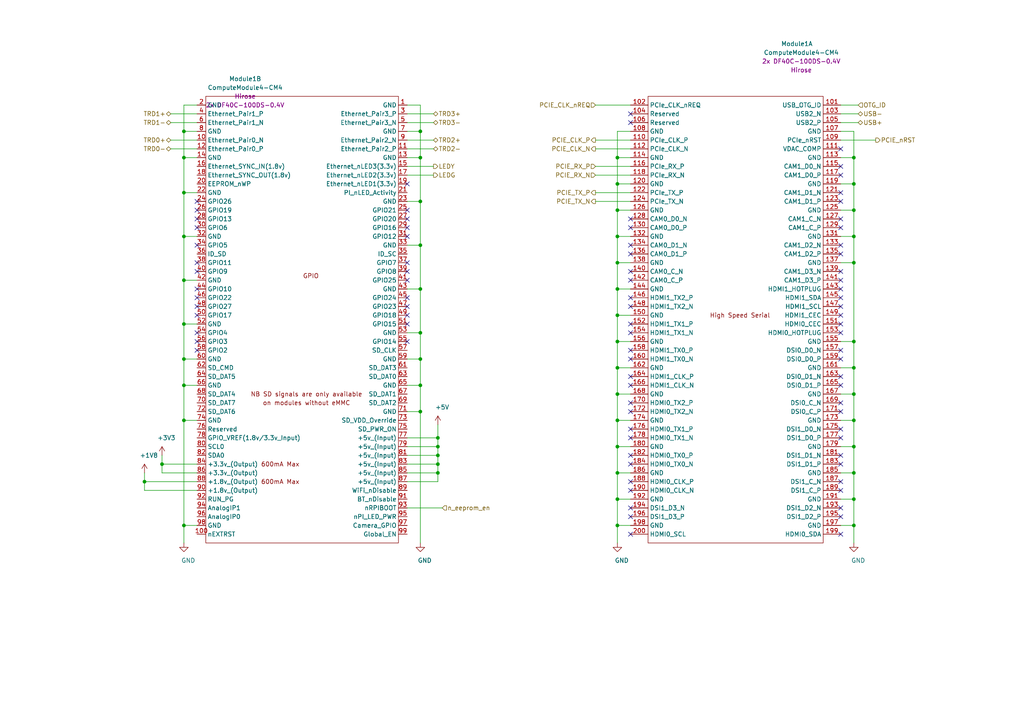
<source format=kicad_sch>
(kicad_sch (version 20210126) (generator eeschema)
  (paper "A4")
  (lib_symbols
    (symbol "CM4_NAS:ComputeModule4-CM4"
      (property "Reference" "Module" (at 113.03 -68.58 0))
      (property "Value" "ComputeModule4-CM4" (at 140.97 2.54 0))
      (property "Field4" "Hirose" (at 0 0 0))
      (property "Field5" "2x DF40C-100DS-0.4V" (at 0 -2.54 0))
      (symbol "ComputeModule4-CM4_1_0"
        (text "GPIO" (at 0 6.35 0) (effects (font (size 1.27 1.27))))
      )
      (symbol "ComputeModule4-CM4_1_1"
        (text "600mA Max" (at -8.89 -53.34 0) (effects (font (size 1.27 1.27))))
        (text "600mA Max" (at -8.89 -48.26 0) (effects (font (size 1.27 1.27))))
        (text "NB SD signals are only available" (at -1.27 -27.94 0) (effects (font (size 1.27 1.27))))
        (text "on modules without eMMC" (at -1.27 -30.48 0) (effects (font (size 1.27 1.27))))
        (rectangle (start -30.48 -71.12) (end 25.4 58.42))
        (pin power_in line (at 27.94 55.88 180) (length 2.54) (name "GND") (number "1"))
        (pin passive line (at -33.02 45.72 0) (length 2.54) (name "Ethernet_Pair0_N") (number "10"))
        (pin output line (at -33.02 -68.58 0) (length 2.54) (name "nEXTRST") (number "100"))
        (pin passive line (at 27.94 43.18 180) (length 2.54) (name "Ethernet_Pair2_P") (number "11"))
        (pin passive line (at -33.02 43.18 0) (length 2.54) (name "Ethernet_Pair0_P") (number "12"))
        (pin power_in line (at 27.94 40.64 180) (length 2.54) (name "GND") (number "13"))
        (pin power_in line (at -33.02 40.64 0) (length 2.54) (name "GND") (number "14"))
        (pin output line (at 27.94 38.1 180) (length 2.54) (name "Ethernet_nLED3(3.3v)") (number "15"))
        (pin input line (at -33.02 38.1 0) (length 2.54) (name "Ethernet_SYNC_IN(1.8v)") (number "16"))
        (pin output line (at 27.94 35.56 180) (length 2.54) (name "Ethernet_nLED2(3.3v)") (number "17"))
        (pin input line (at -33.02 35.56 0) (length 2.54) (name "Ethernet_SYNC_OUT(1.8v)") (number "18"))
        (pin output line (at 27.94 33.02 180) (length 2.54) (name "Ethernet_nLED1(3.3v)") (number "19"))
        (pin power_in line (at -33.02 55.88 0) (length 2.54) (name "GND") (number "2"))
        (pin passive line (at -33.02 33.02 0) (length 2.54) (name "EEPROM_nWP") (number "20"))
        (pin open_collector line (at 27.94 30.48 180) (length 2.54) (name "PI_nLED_Activity") (number "21"))
        (pin power_in line (at -33.02 30.48 0) (length 2.54) (name "GND") (number "22"))
        (pin power_in line (at 27.94 27.94 180) (length 2.54) (name "GND") (number "23"))
        (pin passive line (at -33.02 27.94 0) (length 2.54) (name "GPIO26") (number "24"))
        (pin passive line (at 27.94 25.4 180) (length 2.54) (name "GPIO21") (number "25"))
        (pin passive line (at -33.02 25.4 0) (length 2.54) (name "GPIO19") (number "26"))
        (pin passive line (at 27.94 22.86 180) (length 2.54) (name "GPIO20") (number "27"))
        (pin passive line (at -33.02 22.86 0) (length 2.54) (name "GPIO13") (number "28"))
        (pin passive line (at 27.94 20.32 180) (length 2.54) (name "GPIO16") (number "29"))
        (pin passive line (at 27.94 53.34 180) (length 2.54) (name "Ethernet_Pair3_P") (number "3"))
        (pin passive line (at -33.02 20.32 0) (length 2.54) (name "GPIO6") (number "30"))
        (pin passive line (at 27.94 17.78 180) (length 2.54) (name "GPIO12") (number "31"))
        (pin power_in line (at -33.02 17.78 0) (length 2.54) (name "GND") (number "32"))
        (pin power_in line (at 27.94 15.24 180) (length 2.54) (name "GND") (number "33"))
        (pin passive line (at -33.02 15.24 0) (length 2.54) (name "GPIO5") (number "34"))
        (pin passive line (at 27.94 12.7 180) (length 2.54) (name "ID_SC") (number "35"))
        (pin passive line (at -33.02 12.7 0) (length 2.54) (name "ID_SD") (number "36"))
        (pin passive line (at 27.94 10.16 180) (length 2.54) (name "GPIO7") (number "37"))
        (pin passive line (at -33.02 10.16 0) (length 2.54) (name "GPIO11") (number "38"))
        (pin passive line (at 27.94 7.62 180) (length 2.54) (name "GPIO8") (number "39"))
        (pin passive line (at -33.02 53.34 0) (length 2.54) (name "Ethernet_Pair1_P") (number "4"))
        (pin passive line (at -33.02 7.62 0) (length 2.54) (name "GPIO9") (number "40"))
        (pin passive line (at 27.94 5.08 180) (length 2.54) (name "GPIO25") (number "41"))
        (pin power_in line (at -33.02 5.08 0) (length 2.54) (name "GND") (number "42"))
        (pin power_in line (at 27.94 2.54 180) (length 2.54) (name "GND") (number "43"))
        (pin passive line (at -33.02 2.54 0) (length 2.54) (name "GPIO10") (number "44"))
        (pin passive line (at 27.94 0 180) (length 2.54) (name "GPIO24") (number "45"))
        (pin passive line (at -33.02 0 0) (length 2.54) (name "GPIO22") (number "46"))
        (pin passive line (at 27.94 -2.54 180) (length 2.54) (name "GPIO23") (number "47"))
        (pin passive line (at -33.02 -2.54 0) (length 2.54) (name "GPIO27") (number "48"))
        (pin passive line (at 27.94 -5.08 180) (length 2.54) (name "GPIO18") (number "49"))
        (pin passive line (at 27.94 50.8 180) (length 2.54) (name "Ethernet_Pair3_N") (number "5"))
        (pin passive line (at -33.02 -5.08 0) (length 2.54) (name "GPIO17") (number "50"))
        (pin passive line (at 27.94 -7.62 180) (length 2.54) (name "GPIO15") (number "51"))
        (pin power_in line (at -33.02 -7.62 0) (length 2.54) (name "GND") (number "52"))
        (pin power_in line (at 27.94 -10.16 180) (length 2.54) (name "GND") (number "53"))
        (pin passive line (at -33.02 -10.16 0) (length 2.54) (name "GPIO4") (number "54"))
        (pin passive line (at 27.94 -12.7 180) (length 2.54) (name "GPIO14") (number "55"))
        (pin passive line (at -33.02 -12.7 0) (length 2.54) (name "GPIO3") (number "56"))
        (pin passive line (at 27.94 -15.24 180) (length 2.54) (name "SD_CLK") (number "57"))
        (pin passive line (at -33.02 -15.24 0) (length 2.54) (name "GPIO2") (number "58"))
        (pin power_in line (at 27.94 -17.78 180) (length 2.54) (name "GND") (number "59"))
        (pin passive line (at -33.02 50.8 0) (length 2.54) (name "Ethernet_Pair1_N") (number "6"))
        (pin power_in line (at -33.02 -17.78 0) (length 2.54) (name "GND") (number "60"))
        (pin passive line (at 27.94 -20.32 180) (length 2.54) (name "SD_DAT3") (number "61"))
        (pin passive line (at -33.02 -20.32 0) (length 2.54) (name "SD_CMD") (number "62"))
        (pin passive line (at 27.94 -22.86 180) (length 2.54) (name "SD_DAT0") (number "63"))
        (pin passive line (at -33.02 -22.86 0) (length 2.54) (name "SD_DAT5") (number "64"))
        (pin power_in line (at 27.94 -25.4 180) (length 2.54) (name "GND") (number "65"))
        (pin power_in line (at -33.02 -25.4 0) (length 2.54) (name "GND") (number "66"))
        (pin passive line (at 27.94 -27.94 180) (length 2.54) (name "SD_DAT1") (number "67"))
        (pin passive line (at -33.02 -27.94 0) (length 2.54) (name "SD_DAT4") (number "68"))
        (pin passive line (at 27.94 -30.48 180) (length 2.54) (name "SD_DAT2") (number "69"))
        (pin power_in line (at 27.94 48.26 180) (length 2.54) (name "GND") (number "7"))
        (pin passive line (at -33.02 -30.48 0) (length 2.54) (name "SD_DAT7") (number "70"))
        (pin power_in line (at 27.94 -33.02 180) (length 2.54) (name "GND") (number "71"))
        (pin passive line (at -33.02 -33.02 0) (length 2.54) (name "SD_DAT6") (number "72"))
        (pin input line (at 27.94 -35.56 180) (length 2.54) (name "SD_VDD_Override") (number "73"))
        (pin power_in line (at -33.02 -35.56 0) (length 2.54) (name "GND") (number "74"))
        (pin output line (at 27.94 -38.1 180) (length 2.54) (name "SD_PWR_ON") (number "75"))
        (pin passive line (at -33.02 -38.1 0) (length 2.54) (name "Reserved") (number "76"))
        (pin power_in line (at 27.94 -40.64 180) (length 2.54) (name "+5v_(Input)") (number "77"))
        (pin power_in line (at -33.02 -40.64 0) (length 2.54) (name "GPIO_VREF(1.8v/3.3v_Input)") (number "78"))
        (pin power_in line (at 27.94 -43.18 180) (length 2.54) (name "+5v_(Input)") (number "79"))
        (pin power_in line (at -33.02 48.26 0) (length 2.54) (name "GND") (number "8"))
        (pin passive line (at -33.02 -43.18 0) (length 2.54) (name "SCL0") (number "80"))
        (pin power_in line (at 27.94 -45.72 180) (length 2.54) (name "+5v_(Input)") (number "81"))
        (pin passive line (at -33.02 -45.72 0) (length 2.54) (name "SDA0") (number "82"))
        (pin power_in line (at 27.94 -48.26 180) (length 2.54) (name "+5v_(Input)") (number "83"))
        (pin power_out line (at -33.02 -48.26 0) (length 2.54) (name "+3.3v_(Output)") (number "84"))
        (pin power_in line (at 27.94 -50.8 180) (length 2.54) (name "+5v_(Input)") (number "85"))
        (pin power_out line (at -33.02 -50.8 0) (length 2.54) (name "+3.3v_(Output)") (number "86"))
        (pin power_in line (at 27.94 -53.34 180) (length 2.54) (name "+5v_(Input)") (number "87"))
        (pin power_out line (at -33.02 -53.34 0) (length 2.54) (name "+1.8v_(Output)") (number "88"))
        (pin power_in line (at 27.94 -55.88 180) (length 2.54) (name "WiFi_nDisable") (number "89"))
        (pin passive line (at 27.94 45.72 180) (length 2.54) (name "Ethernet_Pair2_N") (number "9"))
        (pin power_out line (at -33.02 -55.88 0) (length 2.54) (name "+1.8v_(Output)") (number "90"))
        (pin power_in line (at 27.94 -58.42 180) (length 2.54) (name "BT_nDisable") (number "91"))
        (pin passive line (at -33.02 -58.42 0) (length 2.54) (name "RUN_PG") (number "92"))
        (pin input line (at 27.94 -60.96 180) (length 2.54) (name "nRPIBOOT") (number "93"))
        (pin passive line (at -33.02 -60.96 0) (length 2.54) (name "AnalogIP1") (number "94"))
        (pin output line (at 27.94 -63.5 180) (length 2.54) (name "nPI_LED_PWR") (number "95"))
        (pin passive line (at -33.02 -63.5 0) (length 2.54) (name "AnalogIP0") (number "96"))
        (pin passive line (at 27.94 -66.04 180) (length 2.54) (name "Camera_GPIO") (number "97"))
        (pin power_in line (at -33.02 -66.04 0) (length 2.54) (name "GND") (number "98"))
        (pin input line (at 27.94 -68.58 180) (length 2.54) (name "Global_EN") (number "99"))
      )
      (symbol "ComputeModule4-CM4_2_1"
        (text "High Speed Serial" (at 140.97 0 0) (effects (font (size 1.27 1.27))))
        (rectangle (start 114.3 -66.04) (end 165.1 63.5))
        (pin input line (at 170.18 60.96 180) (length 5.08) (name "USB_OTG_ID") (number "101"))
        (pin input line (at 109.22 60.96 0) (length 5.08) (name "PCIe_CLK_nREQ") (number "102"))
        (pin passive line (at 170.18 58.42 180) (length 5.08) (name "USB2_N") (number "103"))
        (pin passive line (at 109.22 58.42 0) (length 5.08) (name "Reserved") (number "104"))
        (pin passive line (at 170.18 55.88 180) (length 5.08) (name "USB2_P") (number "105"))
        (pin passive line (at 109.22 55.88 0) (length 5.08) (name "Reserved") (number "106"))
        (pin power_in line (at 170.18 53.34 180) (length 5.08) (name "GND") (number "107"))
        (pin power_in line (at 109.22 53.34 0) (length 5.08) (name "GND") (number "108"))
        (pin bidirectional line (at 170.18 50.8 180) (length 5.08) (name "PCIe_nRST") (number "109"))
        (pin output line (at 109.22 50.8 0) (length 5.08) (name "PCIe_CLK_P") (number "110"))
        (pin passive line (at 170.18 48.26 180) (length 5.08) (name "VDAC_COMP") (number "111"))
        (pin output line (at 109.22 48.26 0) (length 5.08) (name "PCIe_CLK_N") (number "112"))
        (pin power_in line (at 170.18 45.72 180) (length 5.08) (name "GND") (number "113"))
        (pin power_in line (at 109.22 45.72 0) (length 5.08) (name "GND") (number "114"))
        (pin input line (at 170.18 43.18 180) (length 5.08) (name "CAM1_D0_N") (number "115"))
        (pin input line (at 109.22 43.18 0) (length 5.08) (name "PCIe_RX_P") (number "116"))
        (pin input line (at 170.18 40.64 180) (length 5.08) (name "CAM1_D0_P") (number "117"))
        (pin input line (at 109.22 40.64 0) (length 5.08) (name "PCIe_RX_N") (number "118"))
        (pin power_in line (at 170.18 38.1 180) (length 5.08) (name "GND") (number "119"))
        (pin power_in line (at 109.22 38.1 0) (length 5.08) (name "GND") (number "120"))
        (pin input line (at 170.18 35.56 180) (length 5.08) (name "CAM1_D1_N") (number "121"))
        (pin output line (at 109.22 35.56 0) (length 5.08) (name "PCIe_TX_P") (number "122"))
        (pin input line (at 170.18 33.02 180) (length 5.08) (name "CAM1_D1_P") (number "123"))
        (pin output line (at 109.22 33.02 0) (length 5.08) (name "PCIe_TX_N") (number "124"))
        (pin power_in line (at 170.18 30.48 180) (length 5.08) (name "GND") (number "125"))
        (pin power_in line (at 109.22 30.48 0) (length 5.08) (name "GND") (number "126"))
        (pin input line (at 170.18 27.94 180) (length 5.08) (name "CAM1_C_N") (number "127"))
        (pin input line (at 109.22 27.94 0) (length 5.08) (name "CAM0_D0_N") (number "128"))
        (pin input line (at 170.18 25.4 180) (length 5.08) (name "CAM1_C_P") (number "129"))
        (pin input line (at 109.22 25.4 0) (length 5.08) (name "CAM0_D0_P") (number "130"))
        (pin power_in line (at 170.18 22.86 180) (length 5.08) (name "GND") (number "131"))
        (pin power_in line (at 109.22 22.86 0) (length 5.08) (name "GND") (number "132"))
        (pin input line (at 170.18 20.32 180) (length 5.08) (name "CAM1_D2_N") (number "133"))
        (pin input line (at 109.22 20.32 0) (length 5.08) (name "CAM0_D1_N") (number "134"))
        (pin input line (at 170.18 17.78 180) (length 5.08) (name "CAM1_D2_P") (number "135"))
        (pin input line (at 109.22 17.78 0) (length 5.08) (name "CAM0_D1_P") (number "136"))
        (pin power_in line (at 170.18 15.24 180) (length 5.08) (name "GND") (number "137"))
        (pin power_in line (at 109.22 15.24 0) (length 5.08) (name "GND") (number "138"))
        (pin input line (at 170.18 12.7 180) (length 5.08) (name "CAM1_D3_N") (number "139"))
        (pin input line (at 109.22 12.7 0) (length 5.08) (name "CAM0_C_N") (number "140"))
        (pin input line (at 170.18 10.16 180) (length 5.08) (name "CAM1_D3_P") (number "141"))
        (pin input line (at 109.22 10.16 0) (length 5.08) (name "CAM0_C_P") (number "142"))
        (pin input line (at 170.18 7.62 180) (length 5.08) (name "HDMI1_HOTPLUG") (number "143"))
        (pin power_in line (at 109.22 7.62 0) (length 5.08) (name "GND") (number "144"))
        (pin bidirectional line (at 170.18 5.08 180) (length 5.08) (name "HDMI1_SDA") (number "145"))
        (pin output line (at 109.22 5.08 0) (length 5.08) (name "HDMI1_TX2_P") (number "146"))
        (pin open_collector line (at 170.18 2.54 180) (length 5.08) (name "HDMI1_SCL") (number "147"))
        (pin output line (at 109.22 2.54 0) (length 5.08) (name "HDMI1_TX2_N") (number "148"))
        (pin open_collector line (at 170.18 0 180) (length 5.08) (name "HDMI1_CEC") (number "149"))
        (pin power_in line (at 109.22 0 0) (length 5.08) (name "GND") (number "150"))
        (pin open_collector line (at 170.18 -2.54 180) (length 5.08) (name "HDMI0_CEC") (number "151"))
        (pin output line (at 109.22 -2.54 0) (length 5.08) (name "HDMI1_TX1_P") (number "152"))
        (pin input line (at 170.18 -5.08 180) (length 5.08) (name "HDMI0_HOTPLUG") (number "153"))
        (pin output line (at 109.22 -5.08 0) (length 5.08) (name "HDMI1_TX1_N") (number "154"))
        (pin power_in line (at 170.18 -7.62 180) (length 5.08) (name "GND") (number "155"))
        (pin power_in line (at 109.22 -7.62 0) (length 5.08) (name "GND") (number "156"))
        (pin output line (at 170.18 -10.16 180) (length 5.08) (name "DSI0_D0_N") (number "157"))
        (pin output line (at 109.22 -10.16 0) (length 5.08) (name "HDMI1_TX0_P") (number "158"))
        (pin output line (at 170.18 -12.7 180) (length 5.08) (name "DSI0_D0_P") (number "159"))
        (pin output line (at 109.22 -12.7 0) (length 5.08) (name "HDMI1_TX0_N") (number "160"))
        (pin power_in line (at 170.18 -15.24 180) (length 5.08) (name "GND") (number "161"))
        (pin power_in line (at 109.22 -15.24 0) (length 5.08) (name "GND") (number "162"))
        (pin output line (at 170.18 -17.78 180) (length 5.08) (name "DSI0_D1_N") (number "163"))
        (pin output line (at 109.22 -17.78 0) (length 5.08) (name "HDMI1_CLK_P") (number "164"))
        (pin output line (at 170.18 -20.32 180) (length 5.08) (name "DSI0_D1_P") (number "165"))
        (pin output line (at 109.22 -20.32 0) (length 5.08) (name "HDMI1_CLK_N") (number "166"))
        (pin power_in line (at 170.18 -22.86 180) (length 5.08) (name "GND") (number "167"))
        (pin power_in line (at 109.22 -22.86 0) (length 5.08) (name "GND") (number "168"))
        (pin output line (at 170.18 -25.4 180) (length 5.08) (name "DSI0_C_N") (number "169"))
        (pin output line (at 109.22 -25.4 0) (length 5.08) (name "HDMI0_TX2_P") (number "170"))
        (pin output line (at 170.18 -27.94 180) (length 5.08) (name "DSI0_C_P") (number "171"))
        (pin output line (at 109.22 -27.94 0) (length 5.08) (name "HDMI0_TX2_N") (number "172"))
        (pin power_in line (at 170.18 -30.48 180) (length 5.08) (name "GND") (number "173"))
        (pin power_in line (at 109.22 -30.48 0) (length 5.08) (name "GND") (number "174"))
        (pin output line (at 170.18 -33.02 180) (length 5.08) (name "DSI1_D0_N") (number "175"))
        (pin output line (at 109.22 -33.02 0) (length 5.08) (name "HDMI0_TX1_P") (number "176"))
        (pin output line (at 170.18 -35.56 180) (length 5.08) (name "DSI1_D0_P") (number "177"))
        (pin output line (at 109.22 -35.56 0) (length 5.08) (name "HDMI0_TX1_N") (number "178"))
        (pin power_in line (at 170.18 -38.1 180) (length 5.08) (name "GND") (number "179"))
        (pin power_in line (at 109.22 -38.1 0) (length 5.08) (name "GND") (number "180"))
        (pin output line (at 170.18 -40.64 180) (length 5.08) (name "DSI1_D1_N") (number "181"))
        (pin output line (at 109.22 -40.64 0) (length 5.08) (name "HDMI0_TX0_P") (number "182"))
        (pin output line (at 170.18 -43.18 180) (length 5.08) (name "DSI1_D1_P") (number "183"))
        (pin output line (at 109.22 -43.18 0) (length 5.08) (name "HDMI0_TX0_N") (number "184"))
        (pin power_in line (at 170.18 -45.72 180) (length 5.08) (name "GND") (number "185"))
        (pin power_in line (at 109.22 -45.72 0) (length 5.08) (name "GND") (number "186"))
        (pin output line (at 170.18 -48.26 180) (length 5.08) (name "DSI1_C_N") (number "187"))
        (pin output line (at 109.22 -48.26 0) (length 5.08) (name "HDMI0_CLK_P") (number "188"))
        (pin output line (at 170.18 -50.8 180) (length 5.08) (name "DSI1_C_P") (number "189"))
        (pin output line (at 109.22 -50.8 0) (length 5.08) (name "HDMI0_CLK_N") (number "190"))
        (pin power_in line (at 170.18 -53.34 180) (length 5.08) (name "GND") (number "191"))
        (pin power_in line (at 109.22 -53.34 0) (length 5.08) (name "GND") (number "192"))
        (pin output line (at 170.18 -55.88 180) (length 5.08) (name "DSI1_D2_N") (number "193"))
        (pin output line (at 109.22 -55.88 0) (length 5.08) (name "DSI1_D3_N") (number "194"))
        (pin output line (at 170.18 -58.42 180) (length 5.08) (name "DSI1_D2_P") (number "195"))
        (pin output line (at 109.22 -58.42 0) (length 5.08) (name "DSI1_D3_P") (number "196"))
        (pin power_in line (at 170.18 -60.96 180) (length 5.08) (name "GND") (number "197"))
        (pin power_in line (at 109.22 -60.96 0) (length 5.08) (name "GND") (number "198"))
        (pin bidirectional line (at 170.18 -63.5 180) (length 5.08) (name "HDMI0_SDA") (number "199"))
        (pin open_collector line (at 109.22 -63.5 0) (length 5.08) (name "HDMI0_SCL") (number "200"))
      )
    )
    (symbol "power:+1V8" (power) (pin_names (offset 0))
      (property "Value" "+1V8" (at 0 3.556 0))
      (symbol "+1V8_0_1"
        (polyline (pts (xy -0.762 1.27) (xy 0 2.54)))
        (polyline (pts (xy 0 0) (xy 0 2.54)))
        (polyline (pts (xy 0 2.54) (xy 0.762 1.27)))
      )
      (symbol "+1V8_1_1"
        (pin power_in line (at 0 0 90) (length 0) hide (name "+1V8") (number "1"))
      )
    )
    (symbol "power:+3V3" (power) (pin_names (offset 0))
      (property "Value" "+3V3" (at 0 3.556 0))
      (symbol "+3V3_0_1"
        (polyline (pts (xy -0.762 1.27) (xy 0 2.54)))
        (polyline (pts (xy 0 0) (xy 0 2.54)))
        (polyline (pts (xy 0 2.54) (xy 0.762 1.27)))
      )
      (symbol "+3V3_1_1"
        (pin power_in line (at 0 0 90) (length 0) hide (name "+3V3") (number "1"))
      )
    )
    (symbol "power:+5V" (power) (pin_names (offset 0))
      (property "Value" "+5V" (at 0 3.556 0))
      (symbol "+5V_0_1"
        (polyline (pts (xy -0.762 1.27) (xy 0 2.54)))
        (polyline (pts (xy 0 0) (xy 0 2.54)))
        (polyline (pts (xy 0 2.54) (xy 0.762 1.27)))
      )
      (symbol "+5V_1_1"
        (pin power_in line (at 0 0 90) (length 0) hide (name "+5V") (number "1"))
      )
    )
    (symbol "power:GND" (power) (pin_names (offset 0))
      (property "Value" "GND" (at 0 -3.81 0))
      (symbol "GND_0_1"
        (polyline (pts (xy 0 0) (xy 0 -1.27) (xy 1.27 -1.27) (xy 0 -2.54) (xy -1.27 -1.27) (xy 0 -1.27)))
      )
      (symbol "GND_1_1"
        (pin power_in line (at 0 0 270) (length 0) hide (name "GND") (number "1"))
      )
    )
  )
  (junction (at 41.91 139.7) (diameter 0.9144))
  (junction (at 46.99 134.62) (diameter 0.9144))
  (junction (at 53.34 38.1) (diameter 0.9144))
  (junction (at 53.34 45.72) (diameter 0.9144))
  (junction (at 53.34 55.88) (diameter 0.9144))
  (junction (at 53.34 68.58) (diameter 0.9144))
  (junction (at 53.34 81.28) (diameter 0.9144))
  (junction (at 53.34 93.98) (diameter 0.9144))
  (junction (at 53.34 104.14) (diameter 0.9144))
  (junction (at 53.34 111.76) (diameter 0.9144))
  (junction (at 53.34 121.92) (diameter 0.9144))
  (junction (at 53.34 152.4) (diameter 0.9144))
  (junction (at 121.92 38.1) (diameter 0.9144))
  (junction (at 121.92 45.72) (diameter 0.9144))
  (junction (at 121.92 58.42) (diameter 0.9144))
  (junction (at 121.92 71.12) (diameter 0.9144))
  (junction (at 121.92 83.82) (diameter 0.9144))
  (junction (at 121.92 96.52) (diameter 0.9144))
  (junction (at 121.92 104.14) (diameter 0.9144))
  (junction (at 121.92 111.76) (diameter 0.9144))
  (junction (at 121.92 119.38) (diameter 0.9144))
  (junction (at 127 127) (diameter 0.9144))
  (junction (at 127 129.54) (diameter 0.9144))
  (junction (at 127 132.08) (diameter 0.9144))
  (junction (at 127 134.62) (diameter 0.9144))
  (junction (at 127 137.16) (diameter 0.9144))
  (junction (at 179.07 45.72) (diameter 0.9144))
  (junction (at 179.07 53.34) (diameter 0.9144))
  (junction (at 179.07 60.96) (diameter 0.9144))
  (junction (at 179.07 68.58) (diameter 0.9144))
  (junction (at 179.07 76.2) (diameter 0.9144))
  (junction (at 179.07 83.82) (diameter 0.9144))
  (junction (at 179.07 91.44) (diameter 0.9144))
  (junction (at 179.07 99.06) (diameter 0.9144))
  (junction (at 179.07 106.68) (diameter 0.9144))
  (junction (at 179.07 114.3) (diameter 0.9144))
  (junction (at 179.07 121.92) (diameter 0.9144))
  (junction (at 179.07 129.54) (diameter 0.9144))
  (junction (at 179.07 137.16) (diameter 0.9144))
  (junction (at 179.07 144.78) (diameter 0.9144))
  (junction (at 179.07 152.4) (diameter 0.9144))
  (junction (at 247.65 45.72) (diameter 0.9144))
  (junction (at 247.65 53.34) (diameter 0.9144))
  (junction (at 247.65 60.96) (diameter 0.9144))
  (junction (at 247.65 68.58) (diameter 0.9144))
  (junction (at 247.65 76.2) (diameter 0.9144))
  (junction (at 247.65 99.06) (diameter 0.9144))
  (junction (at 247.65 106.68) (diameter 0.9144))
  (junction (at 247.65 114.3) (diameter 0.9144))
  (junction (at 247.65 121.92) (diameter 0.9144))
  (junction (at 247.65 129.54) (diameter 0.9144))
  (junction (at 247.65 137.16) (diameter 0.9144))
  (junction (at 247.65 144.78) (diameter 0.9144))
  (junction (at 247.65 152.4) (diameter 0.9144))
  (no_connect (at 57.15 58.42))
  (no_connect (at 57.15 60.96))
  (no_connect (at 57.15 63.5))
  (no_connect (at 57.15 66.04))
  (no_connect (at 57.15 71.12))
  (no_connect (at 57.15 76.2))
  (no_connect (at 57.15 78.74))
  (no_connect (at 57.15 83.82))
  (no_connect (at 57.15 86.36))
  (no_connect (at 57.15 88.9))
  (no_connect (at 57.15 91.44))
  (no_connect (at 57.15 96.52))
  (no_connect (at 57.15 99.06))
  (no_connect (at 57.15 101.6))
  (no_connect (at 118.11 53.34))
  (no_connect (at 118.11 60.96))
  (no_connect (at 118.11 63.5))
  (no_connect (at 118.11 66.04))
  (no_connect (at 118.11 68.58))
  (no_connect (at 118.11 76.2))
  (no_connect (at 118.11 78.74))
  (no_connect (at 118.11 81.28))
  (no_connect (at 118.11 86.36))
  (no_connect (at 118.11 88.9))
  (no_connect (at 118.11 91.44))
  (no_connect (at 118.11 93.98))
  (no_connect (at 118.11 99.06))
  (no_connect (at 182.88 33.02))
  (no_connect (at 182.88 35.56))
  (no_connect (at 182.88 63.5))
  (no_connect (at 182.88 66.04))
  (no_connect (at 182.88 71.12))
  (no_connect (at 182.88 73.66))
  (no_connect (at 182.88 78.74))
  (no_connect (at 182.88 81.28))
  (no_connect (at 182.88 86.36))
  (no_connect (at 182.88 88.9))
  (no_connect (at 182.88 93.98))
  (no_connect (at 182.88 96.52))
  (no_connect (at 182.88 101.6))
  (no_connect (at 182.88 104.14))
  (no_connect (at 182.88 109.22))
  (no_connect (at 182.88 111.76))
  (no_connect (at 182.88 116.84))
  (no_connect (at 182.88 119.38))
  (no_connect (at 182.88 124.46))
  (no_connect (at 182.88 127))
  (no_connect (at 182.88 132.08))
  (no_connect (at 182.88 134.62))
  (no_connect (at 182.88 139.7))
  (no_connect (at 182.88 142.24))
  (no_connect (at 182.88 147.32))
  (no_connect (at 182.88 149.86))
  (no_connect (at 182.88 154.94))
  (no_connect (at 243.84 43.18))
  (no_connect (at 243.84 48.26))
  (no_connect (at 243.84 50.8))
  (no_connect (at 243.84 55.88))
  (no_connect (at 243.84 58.42))
  (no_connect (at 243.84 63.5))
  (no_connect (at 243.84 66.04))
  (no_connect (at 243.84 71.12))
  (no_connect (at 243.84 73.66))
  (no_connect (at 243.84 78.74))
  (no_connect (at 243.84 81.28))
  (no_connect (at 243.84 83.82))
  (no_connect (at 243.84 86.36))
  (no_connect (at 243.84 88.9))
  (no_connect (at 243.84 91.44))
  (no_connect (at 243.84 93.98))
  (no_connect (at 243.84 96.52))
  (no_connect (at 243.84 101.6))
  (no_connect (at 243.84 104.14))
  (no_connect (at 243.84 109.22))
  (no_connect (at 243.84 111.76))
  (no_connect (at 243.84 116.84))
  (no_connect (at 243.84 119.38))
  (no_connect (at 243.84 124.46))
  (no_connect (at 243.84 127))
  (no_connect (at 243.84 132.08))
  (no_connect (at 243.84 134.62))
  (no_connect (at 243.84 139.7))
  (no_connect (at 243.84 142.24))
  (no_connect (at 243.84 147.32))
  (no_connect (at 243.84 149.86))
  (no_connect (at 243.84 154.94))
  (wire (pts (xy 41.91 137.16) (xy 41.91 139.7)))
  (wire (pts (xy 41.91 139.7) (xy 57.15 139.7)))
  (wire (pts (xy 41.91 142.24) (xy 41.91 139.7)))
  (wire (pts (xy 41.91 142.24) (xy 57.15 142.24)))
  (wire (pts (xy 46.99 132.08) (xy 46.99 134.62)))
  (wire (pts (xy 46.99 134.62) (xy 57.15 134.62)))
  (wire (pts (xy 46.99 137.16) (xy 46.99 134.62)))
  (wire (pts (xy 49.53 33.02) (xy 57.15 33.02)))
  (wire (pts (xy 49.53 35.56) (xy 57.15 35.56)))
  (wire (pts (xy 49.53 40.64) (xy 57.15 40.64)))
  (wire (pts (xy 49.53 43.18) (xy 57.15 43.18)))
  (wire (pts (xy 53.34 30.48) (xy 53.34 38.1)))
  (wire (pts (xy 53.34 38.1) (xy 53.34 45.72)))
  (wire (pts (xy 53.34 38.1) (xy 57.15 38.1)))
  (wire (pts (xy 53.34 45.72) (xy 53.34 55.88)))
  (wire (pts (xy 53.34 45.72) (xy 57.15 45.72)))
  (wire (pts (xy 53.34 55.88) (xy 53.34 68.58)))
  (wire (pts (xy 53.34 55.88) (xy 57.15 55.88)))
  (wire (pts (xy 53.34 68.58) (xy 53.34 81.28)))
  (wire (pts (xy 53.34 68.58) (xy 57.15 68.58)))
  (wire (pts (xy 53.34 81.28) (xy 53.34 93.98)))
  (wire (pts (xy 53.34 81.28) (xy 57.15 81.28)))
  (wire (pts (xy 53.34 93.98) (xy 53.34 104.14)))
  (wire (pts (xy 53.34 93.98) (xy 57.15 93.98)))
  (wire (pts (xy 53.34 104.14) (xy 53.34 111.76)))
  (wire (pts (xy 53.34 104.14) (xy 57.15 104.14)))
  (wire (pts (xy 53.34 111.76) (xy 53.34 121.92)))
  (wire (pts (xy 53.34 111.76) (xy 57.15 111.76)))
  (wire (pts (xy 53.34 121.92) (xy 53.34 152.4)))
  (wire (pts (xy 53.34 121.92) (xy 57.15 121.92)))
  (wire (pts (xy 53.34 152.4) (xy 53.34 157.48)))
  (wire (pts (xy 53.34 152.4) (xy 57.15 152.4)))
  (wire (pts (xy 57.15 30.48) (xy 53.34 30.48)))
  (wire (pts (xy 57.15 137.16) (xy 46.99 137.16)))
  (wire (pts (xy 118.11 30.48) (xy 121.92 30.48)))
  (wire (pts (xy 118.11 33.02) (xy 125.73 33.02)))
  (wire (pts (xy 118.11 35.56) (xy 125.73 35.56)))
  (wire (pts (xy 118.11 38.1) (xy 121.92 38.1)))
  (wire (pts (xy 118.11 40.64) (xy 125.73 40.64)))
  (wire (pts (xy 118.11 43.18) (xy 125.73 43.18)))
  (wire (pts (xy 118.11 45.72) (xy 121.92 45.72)))
  (wire (pts (xy 118.11 48.26) (xy 125.73 48.26)))
  (wire (pts (xy 118.11 50.8) (xy 125.73 50.8)))
  (wire (pts (xy 118.11 58.42) (xy 121.92 58.42)))
  (wire (pts (xy 118.11 71.12) (xy 121.92 71.12)))
  (wire (pts (xy 118.11 83.82) (xy 121.92 83.82)))
  (wire (pts (xy 118.11 96.52) (xy 121.92 96.52)))
  (wire (pts (xy 118.11 104.14) (xy 121.92 104.14)))
  (wire (pts (xy 118.11 111.76) (xy 121.92 111.76)))
  (wire (pts (xy 118.11 119.38) (xy 121.92 119.38)))
  (wire (pts (xy 118.11 129.54) (xy 127 129.54)))
  (wire (pts (xy 118.11 132.08) (xy 127 132.08)))
  (wire (pts (xy 118.11 134.62) (xy 127 134.62)))
  (wire (pts (xy 118.11 137.16) (xy 127 137.16)))
  (wire (pts (xy 118.11 139.7) (xy 127 139.7)))
  (wire (pts (xy 118.11 147.32) (xy 128.27 147.32)))
  (wire (pts (xy 121.92 30.48) (xy 121.92 38.1)))
  (wire (pts (xy 121.92 38.1) (xy 121.92 45.72)))
  (wire (pts (xy 121.92 45.72) (xy 121.92 58.42)))
  (wire (pts (xy 121.92 58.42) (xy 121.92 71.12)))
  (wire (pts (xy 121.92 71.12) (xy 121.92 83.82)))
  (wire (pts (xy 121.92 83.82) (xy 121.92 96.52)))
  (wire (pts (xy 121.92 96.52) (xy 121.92 104.14)))
  (wire (pts (xy 121.92 104.14) (xy 121.92 111.76)))
  (wire (pts (xy 121.92 111.76) (xy 121.92 119.38)))
  (wire (pts (xy 121.92 119.38) (xy 121.92 157.48)))
  (wire (pts (xy 127 123.19) (xy 127 127)))
  (wire (pts (xy 127 127) (xy 118.11 127)))
  (wire (pts (xy 127 129.54) (xy 127 127)))
  (wire (pts (xy 127 132.08) (xy 127 129.54)))
  (wire (pts (xy 127 134.62) (xy 127 132.08)))
  (wire (pts (xy 127 137.16) (xy 127 134.62)))
  (wire (pts (xy 127 139.7) (xy 127 137.16)))
  (wire (pts (xy 172.72 30.48) (xy 182.88 30.48)))
  (wire (pts (xy 172.72 40.64) (xy 182.88 40.64)))
  (wire (pts (xy 172.72 43.18) (xy 182.88 43.18)))
  (wire (pts (xy 172.72 48.26) (xy 182.88 48.26)))
  (wire (pts (xy 172.72 50.8) (xy 182.88 50.8)))
  (wire (pts (xy 172.72 55.88) (xy 182.88 55.88)))
  (wire (pts (xy 172.72 58.42) (xy 182.88 58.42)))
  (wire (pts (xy 179.07 38.1) (xy 179.07 45.72)))
  (wire (pts (xy 179.07 45.72) (xy 179.07 53.34)))
  (wire (pts (xy 179.07 45.72) (xy 182.88 45.72)))
  (wire (pts (xy 179.07 53.34) (xy 179.07 60.96)))
  (wire (pts (xy 179.07 53.34) (xy 182.88 53.34)))
  (wire (pts (xy 179.07 60.96) (xy 179.07 68.58)))
  (wire (pts (xy 179.07 60.96) (xy 182.88 60.96)))
  (wire (pts (xy 179.07 68.58) (xy 179.07 76.2)))
  (wire (pts (xy 179.07 68.58) (xy 182.88 68.58)))
  (wire (pts (xy 179.07 76.2) (xy 179.07 83.82)))
  (wire (pts (xy 179.07 76.2) (xy 182.88 76.2)))
  (wire (pts (xy 179.07 83.82) (xy 179.07 91.44)))
  (wire (pts (xy 179.07 83.82) (xy 182.88 83.82)))
  (wire (pts (xy 179.07 91.44) (xy 179.07 99.06)))
  (wire (pts (xy 179.07 91.44) (xy 182.88 91.44)))
  (wire (pts (xy 179.07 99.06) (xy 179.07 106.68)))
  (wire (pts (xy 179.07 99.06) (xy 182.88 99.06)))
  (wire (pts (xy 179.07 106.68) (xy 179.07 114.3)))
  (wire (pts (xy 179.07 106.68) (xy 182.88 106.68)))
  (wire (pts (xy 179.07 114.3) (xy 179.07 121.92)))
  (wire (pts (xy 179.07 114.3) (xy 182.88 114.3)))
  (wire (pts (xy 179.07 121.92) (xy 179.07 129.54)))
  (wire (pts (xy 179.07 121.92) (xy 182.88 121.92)))
  (wire (pts (xy 179.07 129.54) (xy 179.07 137.16)))
  (wire (pts (xy 179.07 129.54) (xy 182.88 129.54)))
  (wire (pts (xy 179.07 137.16) (xy 179.07 144.78)))
  (wire (pts (xy 179.07 144.78) (xy 179.07 152.4)))
  (wire (pts (xy 179.07 144.78) (xy 182.88 144.78)))
  (wire (pts (xy 179.07 152.4) (xy 179.07 157.48)))
  (wire (pts (xy 179.07 152.4) (xy 182.88 152.4)))
  (wire (pts (xy 182.88 38.1) (xy 179.07 38.1)))
  (wire (pts (xy 182.88 137.16) (xy 179.07 137.16)))
  (wire (pts (xy 243.84 30.48) (xy 248.92 30.48)))
  (wire (pts (xy 243.84 33.02) (xy 248.92 33.02)))
  (wire (pts (xy 243.84 35.56) (xy 248.92 35.56)))
  (wire (pts (xy 243.84 38.1) (xy 247.65 38.1)))
  (wire (pts (xy 243.84 40.64) (xy 254 40.64)))
  (wire (pts (xy 243.84 45.72) (xy 247.65 45.72)))
  (wire (pts (xy 243.84 53.34) (xy 247.65 53.34)))
  (wire (pts (xy 243.84 60.96) (xy 247.65 60.96)))
  (wire (pts (xy 243.84 68.58) (xy 247.65 68.58)))
  (wire (pts (xy 243.84 76.2) (xy 247.65 76.2)))
  (wire (pts (xy 243.84 99.06) (xy 247.65 99.06)))
  (wire (pts (xy 243.84 106.68) (xy 247.65 106.68)))
  (wire (pts (xy 243.84 114.3) (xy 247.65 114.3)))
  (wire (pts (xy 243.84 121.92) (xy 247.65 121.92)))
  (wire (pts (xy 243.84 129.54) (xy 247.65 129.54)))
  (wire (pts (xy 243.84 137.16) (xy 247.65 137.16)))
  (wire (pts (xy 243.84 144.78) (xy 247.65 144.78)))
  (wire (pts (xy 243.84 152.4) (xy 247.65 152.4)))
  (wire (pts (xy 247.65 38.1) (xy 247.65 45.72)))
  (wire (pts (xy 247.65 45.72) (xy 247.65 53.34)))
  (wire (pts (xy 247.65 53.34) (xy 247.65 60.96)))
  (wire (pts (xy 247.65 60.96) (xy 247.65 68.58)))
  (wire (pts (xy 247.65 68.58) (xy 247.65 76.2)))
  (wire (pts (xy 247.65 76.2) (xy 247.65 99.06)))
  (wire (pts (xy 247.65 99.06) (xy 247.65 106.68)))
  (wire (pts (xy 247.65 106.68) (xy 247.65 114.3)))
  (wire (pts (xy 247.65 114.3) (xy 247.65 121.92)))
  (wire (pts (xy 247.65 121.92) (xy 247.65 129.54)))
  (wire (pts (xy 247.65 129.54) (xy 247.65 137.16)))
  (wire (pts (xy 247.65 137.16) (xy 247.65 144.78)))
  (wire (pts (xy 247.65 144.78) (xy 247.65 152.4)))
  (wire (pts (xy 247.65 152.4) (xy 247.65 157.48)))
  (hierarchical_label "TRD1+" (shape bidirectional) (at 49.53 33.02 180))
  (hierarchical_label "TRD1-" (shape bidirectional) (at 49.53 35.56 180))
  (hierarchical_label "TRD0+" (shape bidirectional) (at 49.53 40.64 180))
  (hierarchical_label "TRD0-" (shape bidirectional) (at 49.53 43.18 180))
  (hierarchical_label "TRD3+" (shape bidirectional) (at 125.73 33.02 0))
  (hierarchical_label "TRD3-" (shape bidirectional) (at 125.73 35.56 0))
  (hierarchical_label "TRD2+" (shape bidirectional) (at 125.73 40.64 0))
  (hierarchical_label "TRD2-" (shape bidirectional) (at 125.73 43.18 0))
  (hierarchical_label "LEDY" (shape output) (at 125.73 48.26 0))
  (hierarchical_label "LEDG" (shape output) (at 125.73 50.8 0))
  (hierarchical_label "n_eeprom_en" (shape input) (at 128.27 147.32 0))
  (hierarchical_label "PCIE_CLK_nREQ" (shape input) (at 172.72 30.48 180))
  (hierarchical_label "PCIE_CLK_P" (shape output) (at 172.72 40.64 180))
  (hierarchical_label "PCIE_CLK_N" (shape output) (at 172.72 43.18 180))
  (hierarchical_label "PCIE_RX_P" (shape input) (at 172.72 48.26 180))
  (hierarchical_label "PCIE_RX_N" (shape input) (at 172.72 50.8 180))
  (hierarchical_label "PCIE_TX_P" (shape output) (at 172.72 55.88 180))
  (hierarchical_label "PCIE_TX_N" (shape output) (at 172.72 58.42 180))
  (hierarchical_label "OTG_ID" (shape input) (at 248.92 30.48 0))
  (hierarchical_label "USB-" (shape bidirectional) (at 248.92 33.02 0))
  (hierarchical_label "USB+" (shape bidirectional) (at 248.92 35.56 0))
  (hierarchical_label "PCIE_nRST" (shape output) (at 254 40.64 0))
  (symbol (lib_id "power:+1V8") (at 41.91 137.16 0) (unit 1)
    (property "Reference" "#PWR0174" (effects hide))
    (property "Value" "+1V8" (at 43.18 132.08 0))
  )
  (symbol (lib_id "power:+3V3") (at 46.99 132.08 0) (unit 1)
    (property "Reference" "#PWR0173" (effects hide))
    (property "Value" "+3V3" (at 48.26 127 0))
  )
  (symbol (lib_id "power:+5V") (at 127 123.19 0) (unit 1)
    (property "Reference" "#PWR0175" (effects hide))
    (property "Value" "+5V" (at 128.27 118.11 0))
  )
  (symbol (lib_id "power:GND") (at 53.34 157.48 0) (unit 1)
    (property "Reference" "#PWR0110" (effects hide))
    (property "Value" "GND" (at 54.61 162.56 0))
  )
  (symbol (lib_id "power:GND") (at 121.92 157.48 0) (unit 1)
    (property "Reference" "#PWR0109" (effects hide))
    (property "Value" "GND" (at 123.19 162.56 0))
  )
  (symbol (lib_id "power:GND") (at 179.07 157.48 0) (unit 1)
    (property "Reference" "#PWR0108" (effects hide))
    (property "Value" "GND" (at 180.34 162.56 0))
  )
  (symbol (lib_id "power:GND") (at 247.65 157.48 0) (unit 1)
    (property "Reference" "#PWR0107" (effects hide))
    (property "Value" "GND" (at 248.92 162.56 0))
  )
  (symbol (lib_id "CM4_NAS:ComputeModule4-CM4") (at 73.66 91.44 0) (unit 2)
    (property "Reference" "Module1" (at 71.12 22.86 0))
    (property "Value" "ComputeModule4-CM4" (at 71.12 25.4 0))
    (property "Footprint" "CM4+NAS:Raspberry-Pi-4-Compute-Module" (effects hide))
    (property "Field4" "Hirose" (at 71.12 27.94 0))
    (property "Field5" "2x DF40C-100DS-0.4V" (at 71.12 30.48 0))
  )
  (symbol (lib_id "CM4_NAS:ComputeModule4-CM4") (at 90.17 86.36 0) (unit 1)
    (property "Reference" "Module1" (at 231.14 12.7 0))
    (property "Value" "ComputeModule4-CM4" (at 232.41 15.24 0))
    (property "Footprint" "CM4+NAS:Raspberry-Pi-4-Compute-Module" (effects hide))
    (property "Field4" "Hirose" (at 232.41 20.32 0))
    (property "Field5" "2x DF40C-100DS-0.4V" (at 232.41 17.78 0))
  )
)
</source>
